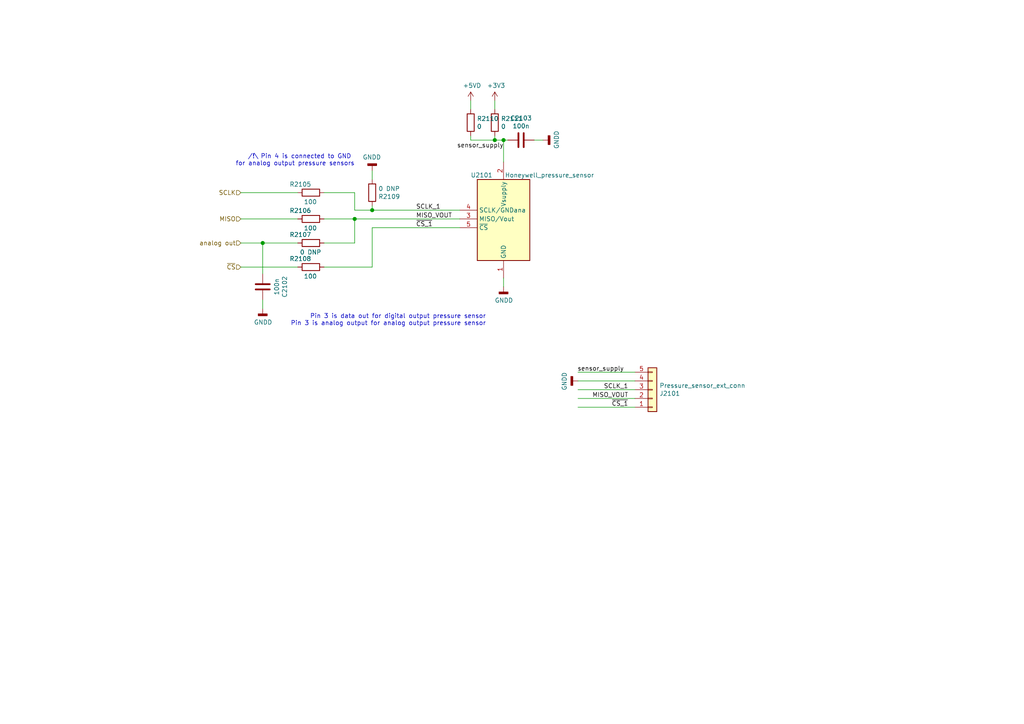
<source format=kicad_sch>
(kicad_sch (version 20211123) (generator eeschema)

  (uuid 34beeb2e-ea31-4cb5-87bc-bddf91ddaae8)

  (paper "A4")

  (lib_symbols
    (symbol "CTA_symbols:Honeywell_pressure_sensor" (in_bom yes) (on_board yes)
      (property "Reference" "U" (id 0) (at -6.35 12.7 0)
        (effects (font (size 1.27 1.27)))
      )
      (property "Value" "Honeywell_pressure_sensor" (id 1) (at 13.335 12.7 0)
        (effects (font (size 1.27 1.27)))
      )
      (property "Footprint" "Package_DIP:DIP-8_W10.16mm_LongPads" (id 2) (at 25.4 -11.43 0)
        (effects (font (size 1.27 1.27)) hide)
      )
      (property "Datasheet" "https://sensing.honeywell.com/honeywell-sensing-trustability-ssc-series-standard-accuracy-board-mount-pressure-sensors-50099533-a-en.pdf" (id 3) (at 0 0 0)
        (effects (font (size 1.27 1.27)) hide)
      )
      (property "ki_keywords" "spi analog pressure honeywell" (id 4) (at 0 0 0)
        (effects (font (size 1.27 1.27)) hide)
      )
      (property "ki_description" "Honeywell SPI pressure sensor" (id 5) (at 0 0 0)
        (effects (font (size 1.27 1.27)) hide)
      )
      (property "ki_fp_filters" "NXP*LGA*3x5mm*P1.25mm*H1.2mm*" (id 6) (at 0 0 0)
        (effects (font (size 1.27 1.27)) hide)
      )
      (symbol "Honeywell_pressure_sensor_0_1"
        (rectangle (start -7.62 11.43) (end 7.62 -12.065)
          (stroke (width 0.254) (type default) (color 0 0 0 0))
          (fill (type background))
        )
      )
      (symbol "Honeywell_pressure_sensor_1_1"
        (pin power_in line (at 0 -17.145 90) (length 5.08)
          (name "GND" (effects (font (size 1.27 1.27))))
          (number "1" (effects (font (size 1.27 1.27))))
        )
        (pin power_in line (at 0 16.51 270) (length 5.08)
          (name "Vsupply" (effects (font (size 1.27 1.27))))
          (number "2" (effects (font (size 1.27 1.27))))
        )
        (pin output line (at -12.7 0 0) (length 5.08)
          (name "MISO/Vout" (effects (font (size 1.27 1.27))))
          (number "3" (effects (font (size 1.27 1.27))))
        )
        (pin input line (at -12.7 2.54 0) (length 5.08)
          (name "SCLK/GNDana" (effects (font (size 1.27 1.27))))
          (number "4" (effects (font (size 1.27 1.27))))
        )
        (pin input line (at -12.7 -2.54 0) (length 5.08)
          (name "~{CS}" (effects (font (size 1.27 1.27))))
          (number "5" (effects (font (size 1.27 1.27))))
        )
        (pin no_connect line (at 12.7 -5.08 180) (length 5.08) hide
          (name "NC" (effects (font (size 1.27 1.27))))
          (number "6" (effects (font (size 1.27 1.27))))
        )
        (pin no_connect line (at 12.7 -2.54 180) (length 5.08) hide
          (name "NC" (effects (font (size 1.27 1.27))))
          (number "7" (effects (font (size 1.27 1.27))))
        )
        (pin no_connect line (at 12.7 0 180) (length 5.08) hide
          (name "NC" (effects (font (size 1.27 1.27))))
          (number "8" (effects (font (size 1.27 1.27))))
        )
      )
    )
    (symbol "Connector_Generic:Conn_01x05" (pin_names (offset 1.016) hide) (in_bom yes) (on_board yes)
      (property "Reference" "J" (id 0) (at 0 7.62 0)
        (effects (font (size 1.27 1.27)))
      )
      (property "Value" "Conn_01x05" (id 1) (at 0 -7.62 0)
        (effects (font (size 1.27 1.27)))
      )
      (property "Footprint" "" (id 2) (at 0 0 0)
        (effects (font (size 1.27 1.27)) hide)
      )
      (property "Datasheet" "~" (id 3) (at 0 0 0)
        (effects (font (size 1.27 1.27)) hide)
      )
      (property "ki_keywords" "connector" (id 4) (at 0 0 0)
        (effects (font (size 1.27 1.27)) hide)
      )
      (property "ki_description" "Generic connector, single row, 01x05, script generated (kicad-library-utils/schlib/autogen/connector/)" (id 5) (at 0 0 0)
        (effects (font (size 1.27 1.27)) hide)
      )
      (property "ki_fp_filters" "Connector*:*_1x??_*" (id 6) (at 0 0 0)
        (effects (font (size 1.27 1.27)) hide)
      )
      (symbol "Conn_01x05_1_1"
        (rectangle (start -1.27 -4.953) (end 0 -5.207)
          (stroke (width 0.1524) (type default) (color 0 0 0 0))
          (fill (type none))
        )
        (rectangle (start -1.27 -2.413) (end 0 -2.667)
          (stroke (width 0.1524) (type default) (color 0 0 0 0))
          (fill (type none))
        )
        (rectangle (start -1.27 0.127) (end 0 -0.127)
          (stroke (width 0.1524) (type default) (color 0 0 0 0))
          (fill (type none))
        )
        (rectangle (start -1.27 2.667) (end 0 2.413)
          (stroke (width 0.1524) (type default) (color 0 0 0 0))
          (fill (type none))
        )
        (rectangle (start -1.27 5.207) (end 0 4.953)
          (stroke (width 0.1524) (type default) (color 0 0 0 0))
          (fill (type none))
        )
        (rectangle (start -1.27 6.35) (end 1.27 -6.35)
          (stroke (width 0.254) (type default) (color 0 0 0 0))
          (fill (type background))
        )
        (pin passive line (at -5.08 5.08 0) (length 3.81)
          (name "Pin_1" (effects (font (size 1.27 1.27))))
          (number "1" (effects (font (size 1.27 1.27))))
        )
        (pin passive line (at -5.08 2.54 0) (length 3.81)
          (name "Pin_2" (effects (font (size 1.27 1.27))))
          (number "2" (effects (font (size 1.27 1.27))))
        )
        (pin passive line (at -5.08 0 0) (length 3.81)
          (name "Pin_3" (effects (font (size 1.27 1.27))))
          (number "3" (effects (font (size 1.27 1.27))))
        )
        (pin passive line (at -5.08 -2.54 0) (length 3.81)
          (name "Pin_4" (effects (font (size 1.27 1.27))))
          (number "4" (effects (font (size 1.27 1.27))))
        )
        (pin passive line (at -5.08 -5.08 0) (length 3.81)
          (name "Pin_5" (effects (font (size 1.27 1.27))))
          (number "5" (effects (font (size 1.27 1.27))))
        )
      )
    )
    (symbol "Device:C" (pin_numbers hide) (pin_names (offset 0.254)) (in_bom yes) (on_board yes)
      (property "Reference" "C" (id 0) (at 0.635 2.54 0)
        (effects (font (size 1.27 1.27)) (justify left))
      )
      (property "Value" "C" (id 1) (at 0.635 -2.54 0)
        (effects (font (size 1.27 1.27)) (justify left))
      )
      (property "Footprint" "" (id 2) (at 0.9652 -3.81 0)
        (effects (font (size 1.27 1.27)) hide)
      )
      (property "Datasheet" "~" (id 3) (at 0 0 0)
        (effects (font (size 1.27 1.27)) hide)
      )
      (property "ki_keywords" "cap capacitor" (id 4) (at 0 0 0)
        (effects (font (size 1.27 1.27)) hide)
      )
      (property "ki_description" "Unpolarized capacitor" (id 5) (at 0 0 0)
        (effects (font (size 1.27 1.27)) hide)
      )
      (property "ki_fp_filters" "C_*" (id 6) (at 0 0 0)
        (effects (font (size 1.27 1.27)) hide)
      )
      (symbol "C_0_1"
        (polyline
          (pts
            (xy -2.032 -0.762)
            (xy 2.032 -0.762)
          )
          (stroke (width 0.508) (type default) (color 0 0 0 0))
          (fill (type none))
        )
        (polyline
          (pts
            (xy -2.032 0.762)
            (xy 2.032 0.762)
          )
          (stroke (width 0.508) (type default) (color 0 0 0 0))
          (fill (type none))
        )
      )
      (symbol "C_1_1"
        (pin passive line (at 0 3.81 270) (length 2.794)
          (name "~" (effects (font (size 1.27 1.27))))
          (number "1" (effects (font (size 1.27 1.27))))
        )
        (pin passive line (at 0 -3.81 90) (length 2.794)
          (name "~" (effects (font (size 1.27 1.27))))
          (number "2" (effects (font (size 1.27 1.27))))
        )
      )
    )
    (symbol "Device:R" (pin_numbers hide) (pin_names (offset 0)) (in_bom yes) (on_board yes)
      (property "Reference" "R" (id 0) (at 2.032 0 90)
        (effects (font (size 1.27 1.27)))
      )
      (property "Value" "R" (id 1) (at 0 0 90)
        (effects (font (size 1.27 1.27)))
      )
      (property "Footprint" "" (id 2) (at -1.778 0 90)
        (effects (font (size 1.27 1.27)) hide)
      )
      (property "Datasheet" "~" (id 3) (at 0 0 0)
        (effects (font (size 1.27 1.27)) hide)
      )
      (property "ki_keywords" "R res resistor" (id 4) (at 0 0 0)
        (effects (font (size 1.27 1.27)) hide)
      )
      (property "ki_description" "Resistor" (id 5) (at 0 0 0)
        (effects (font (size 1.27 1.27)) hide)
      )
      (property "ki_fp_filters" "R_*" (id 6) (at 0 0 0)
        (effects (font (size 1.27 1.27)) hide)
      )
      (symbol "R_0_1"
        (rectangle (start -1.016 -2.54) (end 1.016 2.54)
          (stroke (width 0.254) (type default) (color 0 0 0 0))
          (fill (type none))
        )
      )
      (symbol "R_1_1"
        (pin passive line (at 0 3.81 270) (length 1.27)
          (name "~" (effects (font (size 1.27 1.27))))
          (number "1" (effects (font (size 1.27 1.27))))
        )
        (pin passive line (at 0 -3.81 90) (length 1.27)
          (name "~" (effects (font (size 1.27 1.27))))
          (number "2" (effects (font (size 1.27 1.27))))
        )
      )
    )
    (symbol "power:+3V3" (power) (pin_names (offset 0)) (in_bom yes) (on_board yes)
      (property "Reference" "#PWR" (id 0) (at 0 -3.81 0)
        (effects (font (size 1.27 1.27)) hide)
      )
      (property "Value" "+3V3" (id 1) (at 0 3.556 0)
        (effects (font (size 1.27 1.27)))
      )
      (property "Footprint" "" (id 2) (at 0 0 0)
        (effects (font (size 1.27 1.27)) hide)
      )
      (property "Datasheet" "" (id 3) (at 0 0 0)
        (effects (font (size 1.27 1.27)) hide)
      )
      (property "ki_keywords" "power-flag" (id 4) (at 0 0 0)
        (effects (font (size 1.27 1.27)) hide)
      )
      (property "ki_description" "Power symbol creates a global label with name \"+3V3\"" (id 5) (at 0 0 0)
        (effects (font (size 1.27 1.27)) hide)
      )
      (symbol "+3V3_0_1"
        (polyline
          (pts
            (xy -0.762 1.27)
            (xy 0 2.54)
          )
          (stroke (width 0) (type default) (color 0 0 0 0))
          (fill (type none))
        )
        (polyline
          (pts
            (xy 0 0)
            (xy 0 2.54)
          )
          (stroke (width 0) (type default) (color 0 0 0 0))
          (fill (type none))
        )
        (polyline
          (pts
            (xy 0 2.54)
            (xy 0.762 1.27)
          )
          (stroke (width 0) (type default) (color 0 0 0 0))
          (fill (type none))
        )
      )
      (symbol "+3V3_1_1"
        (pin power_in line (at 0 0 90) (length 0) hide
          (name "+3V3" (effects (font (size 1.27 1.27))))
          (number "1" (effects (font (size 1.27 1.27))))
        )
      )
    )
    (symbol "power:+5VD" (power) (pin_names (offset 0)) (in_bom yes) (on_board yes)
      (property "Reference" "#PWR" (id 0) (at 0 -3.81 0)
        (effects (font (size 1.27 1.27)) hide)
      )
      (property "Value" "+5VD" (id 1) (at 0 3.556 0)
        (effects (font (size 1.27 1.27)))
      )
      (property "Footprint" "" (id 2) (at 0 0 0)
        (effects (font (size 1.27 1.27)) hide)
      )
      (property "Datasheet" "" (id 3) (at 0 0 0)
        (effects (font (size 1.27 1.27)) hide)
      )
      (property "ki_keywords" "power-flag" (id 4) (at 0 0 0)
        (effects (font (size 1.27 1.27)) hide)
      )
      (property "ki_description" "Power symbol creates a global label with name \"+5VD\"" (id 5) (at 0 0 0)
        (effects (font (size 1.27 1.27)) hide)
      )
      (symbol "+5VD_0_1"
        (polyline
          (pts
            (xy -0.762 1.27)
            (xy 0 2.54)
          )
          (stroke (width 0) (type default) (color 0 0 0 0))
          (fill (type none))
        )
        (polyline
          (pts
            (xy 0 0)
            (xy 0 2.54)
          )
          (stroke (width 0) (type default) (color 0 0 0 0))
          (fill (type none))
        )
        (polyline
          (pts
            (xy 0 2.54)
            (xy 0.762 1.27)
          )
          (stroke (width 0) (type default) (color 0 0 0 0))
          (fill (type none))
        )
      )
      (symbol "+5VD_1_1"
        (pin power_in line (at 0 0 90) (length 0) hide
          (name "+5VD" (effects (font (size 1.27 1.27))))
          (number "1" (effects (font (size 1.27 1.27))))
        )
      )
    )
    (symbol "power:GNDD" (power) (pin_names (offset 0)) (in_bom yes) (on_board yes)
      (property "Reference" "#PWR" (id 0) (at 0 -6.35 0)
        (effects (font (size 1.27 1.27)) hide)
      )
      (property "Value" "GNDD" (id 1) (at 0 -3.175 0)
        (effects (font (size 1.27 1.27)))
      )
      (property "Footprint" "" (id 2) (at 0 0 0)
        (effects (font (size 1.27 1.27)) hide)
      )
      (property "Datasheet" "" (id 3) (at 0 0 0)
        (effects (font (size 1.27 1.27)) hide)
      )
      (property "ki_keywords" "power-flag" (id 4) (at 0 0 0)
        (effects (font (size 1.27 1.27)) hide)
      )
      (property "ki_description" "Power symbol creates a global label with name \"GNDD\" , digital ground" (id 5) (at 0 0 0)
        (effects (font (size 1.27 1.27)) hide)
      )
      (symbol "GNDD_0_1"
        (rectangle (start -1.27 -1.524) (end 1.27 -2.032)
          (stroke (width 0.254) (type default) (color 0 0 0 0))
          (fill (type outline))
        )
        (polyline
          (pts
            (xy 0 0)
            (xy 0 -1.524)
          )
          (stroke (width 0) (type default) (color 0 0 0 0))
          (fill (type none))
        )
      )
      (symbol "GNDD_1_1"
        (pin power_in line (at 0 0 270) (length 0) hide
          (name "GNDD" (effects (font (size 1.27 1.27))))
          (number "1" (effects (font (size 1.27 1.27))))
        )
      )
    )
  )

  (junction (at 143.51 40.64) (diameter 1.016) (color 0 0 0 0)
    (uuid 90d228ac-5ec9-4302-b393-9e4058ef8745)
  )
  (junction (at 102.87 63.5) (diameter 1.016) (color 0 0 0 0)
    (uuid affc5cb4-e803-4042-bd42-b811a85bb331)
  )
  (junction (at 76.2 70.485) (diameter 1.016) (color 0 0 0 0)
    (uuid d64a19a6-886c-4e58-9ed2-ff6211fd90b4)
  )
  (junction (at 107.95 60.96) (diameter 1.016) (color 0 0 0 0)
    (uuid ee3458ee-2979-445b-906e-4341985ec192)
  )
  (junction (at 146.05 40.64) (diameter 1.016) (color 0 0 0 0)
    (uuid f17ac7f1-ed89-442c-9bef-8a53af152a56)
  )

  (wire (pts (xy 107.95 66.04) (xy 133.35 66.04))
    (stroke (width 0) (type solid) (color 0 0 0 0))
    (uuid 0afb4764-eec9-47c6-b3f2-1f61176908e3)
  )
  (wire (pts (xy 69.85 55.88) (xy 86.36 55.88))
    (stroke (width 0) (type solid) (color 0 0 0 0))
    (uuid 0ce4f4d2-ca9f-415a-ae1e-8f868245f647)
  )
  (wire (pts (xy 93.98 77.47) (xy 107.95 77.47))
    (stroke (width 0) (type solid) (color 0 0 0 0))
    (uuid 17227e37-8073-4c40-9b81-3f6873a4b19c)
  )
  (wire (pts (xy 167.64 115.57) (xy 184.15 115.57))
    (stroke (width 0) (type solid) (color 0 0 0 0))
    (uuid 1c08bfc2-6adc-47af-a460-8675f4808b6b)
  )
  (wire (pts (xy 167.64 113.03) (xy 184.15 113.03))
    (stroke (width 0) (type solid) (color 0 0 0 0))
    (uuid 242ada8f-e044-41b9-bc7a-7f71ecc0a795)
  )
  (wire (pts (xy 143.51 39.37) (xy 143.51 40.64))
    (stroke (width 0) (type solid) (color 0 0 0 0))
    (uuid 3410be7e-4f26-4c60-a73d-aa3df8d9d577)
  )
  (wire (pts (xy 167.64 110.49) (xy 184.15 110.49))
    (stroke (width 0) (type solid) (color 0 0 0 0))
    (uuid 39a9374f-3aca-4d56-a31b-68058447a8e3)
  )
  (wire (pts (xy 102.87 63.5) (xy 102.87 70.485))
    (stroke (width 0) (type solid) (color 0 0 0 0))
    (uuid 4507bf96-4729-4e44-928a-2701f64b8196)
  )
  (wire (pts (xy 167.64 118.11) (xy 184.15 118.11))
    (stroke (width 0) (type solid) (color 0 0 0 0))
    (uuid 479d8485-1a6f-4aef-a1fe-5d1d1c7194fe)
  )
  (wire (pts (xy 69.85 63.5) (xy 86.36 63.5))
    (stroke (width 0) (type solid) (color 0 0 0 0))
    (uuid 4cbb5ff6-d45f-4bf0-a1ea-b1fdce5b18f9)
  )
  (wire (pts (xy 102.87 55.88) (xy 102.87 60.96))
    (stroke (width 0) (type solid) (color 0 0 0 0))
    (uuid 5363432c-6f4c-4060-9fc1-f574641528ff)
  )
  (wire (pts (xy 76.2 70.485) (xy 76.2 79.375))
    (stroke (width 0) (type solid) (color 0 0 0 0))
    (uuid 53e199fd-527b-4efe-906a-e4114e4c604c)
  )
  (wire (pts (xy 76.2 86.995) (xy 76.2 89.535))
    (stroke (width 0) (type solid) (color 0 0 0 0))
    (uuid 5e642724-9fe2-44ae-b9a4-851d1a3dbd84)
  )
  (wire (pts (xy 107.95 77.47) (xy 107.95 66.04))
    (stroke (width 0) (type solid) (color 0 0 0 0))
    (uuid 64e8f266-4507-46bd-b692-ef83234164d7)
  )
  (wire (pts (xy 93.98 70.485) (xy 102.87 70.485))
    (stroke (width 0) (type solid) (color 0 0 0 0))
    (uuid 6926e021-e68a-489e-9826-cf5fda35d669)
  )
  (wire (pts (xy 107.95 59.69) (xy 107.95 60.96))
    (stroke (width 0) (type solid) (color 0 0 0 0))
    (uuid 69722195-6cf2-4321-9a09-954859139d35)
  )
  (wire (pts (xy 146.05 40.64) (xy 147.32 40.64))
    (stroke (width 0) (type solid) (color 0 0 0 0))
    (uuid 83356e8e-8777-42c4-8dbc-fae8c09307b1)
  )
  (wire (pts (xy 69.85 77.47) (xy 86.36 77.47))
    (stroke (width 0) (type solid) (color 0 0 0 0))
    (uuid 8b4eea3d-4761-47eb-818a-29f5c22bf8e2)
  )
  (wire (pts (xy 93.98 55.88) (xy 102.87 55.88))
    (stroke (width 0) (type solid) (color 0 0 0 0))
    (uuid 8df7c480-291b-485b-a0de-9a7bd51c5d19)
  )
  (wire (pts (xy 136.525 40.64) (xy 143.51 40.64))
    (stroke (width 0) (type solid) (color 0 0 0 0))
    (uuid 9a5db21a-9981-45fe-bc54-958250052a6e)
  )
  (wire (pts (xy 107.95 49.53) (xy 107.95 52.07))
    (stroke (width 0) (type solid) (color 0 0 0 0))
    (uuid a650475c-8e1b-4377-8946-a13bfba68b60)
  )
  (wire (pts (xy 167.64 107.95) (xy 184.15 107.95))
    (stroke (width 0) (type solid) (color 0 0 0 0))
    (uuid bd2cb695-b6a2-4896-84e1-925b0deaecb4)
  )
  (wire (pts (xy 93.98 63.5) (xy 102.87 63.5))
    (stroke (width 0) (type solid) (color 0 0 0 0))
    (uuid c1969ca1-3885-4aad-b7b1-04a3235ea557)
  )
  (wire (pts (xy 143.51 29.21) (xy 143.51 31.75))
    (stroke (width 0) (type solid) (color 0 0 0 0))
    (uuid c3cfdfb0-53a7-4511-b76f-cde08e51fa86)
  )
  (wire (pts (xy 102.87 63.5) (xy 133.35 63.5))
    (stroke (width 0) (type solid) (color 0 0 0 0))
    (uuid cbe14047-ab13-4b09-a2fe-8f6a00fd6ed1)
  )
  (wire (pts (xy 143.51 40.64) (xy 146.05 40.64))
    (stroke (width 0) (type solid) (color 0 0 0 0))
    (uuid ccef7cc2-63cc-4592-be92-aec5c80d95fa)
  )
  (wire (pts (xy 76.2 70.485) (xy 86.36 70.485))
    (stroke (width 0) (type solid) (color 0 0 0 0))
    (uuid d1f60f97-7414-45fc-ac19-d3dba07c5fd6)
  )
  (wire (pts (xy 146.05 40.64) (xy 146.05 46.99))
    (stroke (width 0) (type solid) (color 0 0 0 0))
    (uuid d2b4a3bb-5440-4307-a7e2-45f8b1168c93)
  )
  (wire (pts (xy 136.525 39.37) (xy 136.525 40.64))
    (stroke (width 0) (type solid) (color 0 0 0 0))
    (uuid d84bbc0a-55f9-404e-b799-74acd8321de4)
  )
  (wire (pts (xy 154.94 40.64) (xy 157.48 40.64))
    (stroke (width 0) (type solid) (color 0 0 0 0))
    (uuid e2505a04-b829-4d27-9a7d-ed0555088eb1)
  )
  (wire (pts (xy 107.95 60.96) (xy 133.35 60.96))
    (stroke (width 0) (type solid) (color 0 0 0 0))
    (uuid e372ba49-5ad6-4f37-be96-68c8c0bb0a6f)
  )
  (wire (pts (xy 69.85 70.485) (xy 76.2 70.485))
    (stroke (width 0) (type solid) (color 0 0 0 0))
    (uuid e388e51d-295c-4ce3-a261-790df3cae567)
  )
  (wire (pts (xy 102.87 60.96) (xy 107.95 60.96))
    (stroke (width 0) (type solid) (color 0 0 0 0))
    (uuid e3e12e06-816a-4f04-b330-406874c67f9d)
  )
  (wire (pts (xy 146.05 80.645) (xy 146.05 83.185))
    (stroke (width 0) (type solid) (color 0 0 0 0))
    (uuid eb6dfb6d-255f-49f5-8c55-5091da444644)
  )
  (wire (pts (xy 136.525 29.21) (xy 136.525 31.75))
    (stroke (width 0) (type solid) (color 0 0 0 0))
    (uuid f3c33b00-e227-470d-a134-3c45a4f76dae)
  )

  (text "/!\\ Pin 4 is connected to GND \nfor analog output pressure sensors"
    (at 102.87 48.26 0)
    (effects (font (size 1.27 1.27)) (justify right bottom))
    (uuid 677d1659-e653-49dc-b462-6c51d5e1d619)
  )
  (text "Pin 3 is data out for digital output pressure sensor\nPin 3 is analog output for analog output pressure sensor"
    (at 140.97 94.615 0)
    (effects (font (size 1.27 1.27)) (justify right bottom))
    (uuid ade8bad5-a401-445b-a49a-80268bbe57a9)
  )

  (label "SCLK_1" (at 120.65 60.96 0)
    (effects (font (size 1.27 1.27)) (justify left bottom))
    (uuid 2ab13c8b-4481-4ae5-bd0c-161499144c39)
  )
  (label "SCLK_1" (at 182.245 113.03 180)
    (effects (font (size 1.27 1.27)) (justify right bottom))
    (uuid 3cef219a-141c-4ea1-87ac-3ead35ebeda1)
  )
  (label "~{CS_1}" (at 120.65 66.04 0)
    (effects (font (size 1.27 1.27)) (justify left bottom))
    (uuid 4ece48b5-53cd-4477-94b4-aa6fea913cda)
  )
  (label "sensor_supply" (at 146.05 43.18 180)
    (effects (font (size 1.27 1.27)) (justify right bottom))
    (uuid 7fd958c8-085b-454a-ba23-758da52e1fa9)
  )
  (label "sensor_supply" (at 180.975 107.95 180)
    (effects (font (size 1.27 1.27)) (justify right bottom))
    (uuid 8d7049f7-4c21-4664-82a5-1b58cfb50a96)
  )
  (label "MISO_VOUT" (at 120.65 63.5 0)
    (effects (font (size 1.27 1.27)) (justify left bottom))
    (uuid bdc971c0-5770-4017-a528-449f4c359a35)
  )
  (label "~{CS_1}" (at 182.245 118.11 180)
    (effects (font (size 1.27 1.27)) (justify right bottom))
    (uuid c91982dc-eedc-43e8-a286-00a66bbde1ac)
  )
  (label "MISO_VOUT" (at 182.245 115.57 180)
    (effects (font (size 1.27 1.27)) (justify right bottom))
    (uuid cd3544aa-404b-4d1c-9721-57c159c9758e)
  )

  (hierarchical_label "MISO" (shape input) (at 69.85 63.5 180)
    (effects (font (size 1.27 1.27)) (justify right))
    (uuid a1b3f413-03d7-4da3-b3ef-a7acc74636c6)
  )
  (hierarchical_label "analog out" (shape input) (at 69.85 70.485 180)
    (effects (font (size 1.27 1.27)) (justify right))
    (uuid c231e692-ccaf-401b-b42c-7d4f75552b3c)
  )
  (hierarchical_label "SCLK" (shape input) (at 69.85 55.88 180)
    (effects (font (size 1.27 1.27)) (justify right))
    (uuid d3a29892-ea43-4663-b43f-6b32034d060d)
  )
  (hierarchical_label "~{CS}" (shape input) (at 69.85 77.47 180)
    (effects (font (size 1.27 1.27)) (justify right))
    (uuid f35a47e6-cb92-4b21-8a2b-4c3fa311a1ff)
  )

  (symbol (lib_id "power:+3V3") (at 143.51 29.21 0)
    (in_bom yes) (on_board yes)
    (uuid 35daf125-3ceb-4a9c-8fe9-e06348cf0d05)
    (property "Reference" "#PWR02109" (id 0) (at 143.51 33.02 0)
      (effects (font (size 1.27 1.27)) hide)
    )
    (property "Value" "+3V3" (id 1) (at 143.891 24.8158 0))
    (property "Footprint" "" (id 2) (at 143.51 29.21 0)
      (effects (font (size 1.27 1.27)) hide)
    )
    (property "Datasheet" "" (id 3) (at 143.51 29.21 0)
      (effects (font (size 1.27 1.27)) hide)
    )
    (pin "1" (uuid a94576c7-826a-4aaf-aa9b-b764f4757b2f))
  )

  (symbol (lib_id "Device:R") (at 107.95 55.88 0) (mirror x)
    (in_bom yes) (on_board yes)
    (uuid 3bc73c2d-8a2f-4016-af26-a55025df45c2)
    (property "Reference" "R2109" (id 0) (at 109.7281 57.0294 0)
      (effects (font (size 1.27 1.27)) (justify left))
    )
    (property "Value" "0 DNP" (id 1) (at 109.728 54.731 0)
      (effects (font (size 1.27 1.27)) (justify left))
    )
    (property "Footprint" "Resistor_SMD:R_0603_1608Metric" (id 2) (at 106.172 55.88 90)
      (effects (font (size 1.27 1.27)) hide)
    )
    (property "Datasheet" "~" (id 3) (at 107.95 55.88 0)
      (effects (font (size 1.27 1.27)) hide)
    )
    (pin "1" (uuid 298d9976-e47a-4eb4-9be4-937bebac10be))
    (pin "2" (uuid 04dccbaf-4faa-4697-9f8b-b6fa1140000f))
  )

  (symbol (lib_id "Device:R") (at 90.17 63.5 90)
    (in_bom yes) (on_board yes)
    (uuid 4756fae5-3874-46a5-b73e-bd31d34ade12)
    (property "Reference" "R2106" (id 0) (at 90.2906 61.0869 90)
      (effects (font (size 1.27 1.27)) (justify left))
    )
    (property "Value" "100" (id 1) (at 91.954 66.167 90)
      (effects (font (size 1.27 1.27)) (justify left))
    )
    (property "Footprint" "Resistor_SMD:R_0603_1608Metric" (id 2) (at 90.17 65.278 90)
      (effects (font (size 1.27 1.27)) hide)
    )
    (property "Datasheet" "~" (id 3) (at 90.17 63.5 0)
      (effects (font (size 1.27 1.27)) hide)
    )
    (pin "1" (uuid 801c71ff-0573-4162-bfaf-646e3095067a))
    (pin "2" (uuid 861b7091-ff55-4d48-98b4-6d7e643cb37d))
  )

  (symbol (lib_id "power:GNDD") (at 157.48 40.64 90)
    (in_bom yes) (on_board yes)
    (uuid 52da7f5c-e1a6-49de-ae03-88760c9c4314)
    (property "Reference" "#PWR02111" (id 0) (at 163.83 40.64 0)
      (effects (font (size 1.27 1.27)) hide)
    )
    (property "Value" "GNDD" (id 1) (at 161.417 40.5384 0))
    (property "Footprint" "" (id 2) (at 157.48 40.64 0)
      (effects (font (size 1.27 1.27)) hide)
    )
    (property "Datasheet" "" (id 3) (at 157.48 40.64 0)
      (effects (font (size 1.27 1.27)) hide)
    )
    (pin "1" (uuid b9f75866-0347-4500-9a32-bf5c67f71383))
  )

  (symbol (lib_id "Device:C") (at 76.2 83.185 0)
    (in_bom yes) (on_board yes)
    (uuid 5c0ffb99-5d5e-4efb-9b75-1e385e61a52d)
    (property "Reference" "C2102" (id 0) (at 82.5692 83.185 90))
    (property "Value" "100n" (id 1) (at 80.27 83.185 90))
    (property "Footprint" "Capacitor_SMD:C_0603_1608Metric" (id 2) (at 77.1652 86.995 0)
      (effects (font (size 1.27 1.27)) hide)
    )
    (property "Datasheet" "~" (id 3) (at 76.2 83.185 0)
      (effects (font (size 1.27 1.27)) hide)
    )
    (pin "1" (uuid a2ff9320-de54-487a-abe4-99209cb32c40))
    (pin "2" (uuid 85eb418d-2fe8-4c8a-a288-de593084abb0))
  )

  (symbol (lib_id "power:GNDD") (at 107.95 49.53 180)
    (in_bom yes) (on_board yes)
    (uuid 86d23402-0398-4799-ad7b-e944570fa2b2)
    (property "Reference" "#PWR02107" (id 0) (at 107.95 43.18 0)
      (effects (font (size 1.27 1.27)) hide)
    )
    (property "Value" "GNDD" (id 1) (at 107.8484 45.593 0))
    (property "Footprint" "" (id 2) (at 107.95 49.53 0)
      (effects (font (size 1.27 1.27)) hide)
    )
    (property "Datasheet" "" (id 3) (at 107.95 49.53 0)
      (effects (font (size 1.27 1.27)) hide)
    )
    (pin "1" (uuid f0f52b6a-383a-4297-93f8-3869fa9067b0))
  )

  (symbol (lib_id "CTA_symbols:Honeywell_pressure_sensor") (at 146.05 63.5 0)
    (in_bom yes) (on_board yes)
    (uuid 8acade7b-f5e0-4992-b37f-13a03694f057)
    (property "Reference" "U2101" (id 0) (at 139.7 50.8 0))
    (property "Value" "Honeywell_pressure_sensor" (id 1) (at 159.385 50.8 0))
    (property "Footprint" "Package_DIP:DIP-8_W10.16mm_LongPads" (id 2) (at 171.45 74.93 0)
      (effects (font (size 1.27 1.27)) hide)
    )
    (property "Datasheet" "https://sensing.honeywell.com/honeywell-sensing-trustability-ssc-series-standard-accuracy-board-mount-pressure-sensors-50099533-a-en.pdf" (id 3) (at 146.05 63.5 0)
      (effects (font (size 1.27 1.27)) hide)
    )
    (pin "1" (uuid 583bb817-557c-4182-ae5b-6aa0ce92051b))
    (pin "2" (uuid af45b4e2-39be-474b-a6f3-560d6f286117))
    (pin "3" (uuid a7f482ed-2e98-48f2-83a9-f086bbc92713))
    (pin "4" (uuid 0e497bd9-855c-49f7-8855-e1be356bd6af))
    (pin "5" (uuid 266060ca-7bd8-445d-971b-45341668dc3c))
    (pin "6" (uuid 01773881-7d66-4008-a265-9ec98fc603e9))
    (pin "7" (uuid 2c826ee3-1189-4bb6-b657-7901b0f9a031))
    (pin "8" (uuid d6221282-c272-41e4-86df-01030225f3eb))
  )

  (symbol (lib_id "Device:R") (at 90.17 77.47 90)
    (in_bom yes) (on_board yes)
    (uuid 8bad6a3f-acaa-4a00-b40b-81a45ee390bd)
    (property "Reference" "R2108" (id 0) (at 90.2906 75.0569 90)
      (effects (font (size 1.27 1.27)) (justify left))
    )
    (property "Value" "100" (id 1) (at 91.954 80.137 90)
      (effects (font (size 1.27 1.27)) (justify left))
    )
    (property "Footprint" "Resistor_SMD:R_0603_1608Metric" (id 2) (at 90.17 79.248 90)
      (effects (font (size 1.27 1.27)) hide)
    )
    (property "Datasheet" "~" (id 3) (at 90.17 77.47 0)
      (effects (font (size 1.27 1.27)) hide)
    )
    (pin "1" (uuid f1a58d7e-547d-4fe6-b5d9-d8599db03b50))
    (pin "2" (uuid 37446b7d-b5ec-440a-9223-559eb9fa9cdd))
  )

  (symbol (lib_id "power:GNDD") (at 167.64 110.49 270)
    (in_bom yes) (on_board yes)
    (uuid 96536072-f59b-4e33-be6c-48f987a9ffee)
    (property "Reference" "#PWR02112" (id 0) (at 161.29 110.49 0)
      (effects (font (size 1.27 1.27)) hide)
    )
    (property "Value" "GNDD" (id 1) (at 163.703 110.5916 0))
    (property "Footprint" "" (id 2) (at 167.64 110.49 0)
      (effects (font (size 1.27 1.27)) hide)
    )
    (property "Datasheet" "" (id 3) (at 167.64 110.49 0)
      (effects (font (size 1.27 1.27)) hide)
    )
    (pin "1" (uuid 87f5be45-68e6-4b61-94f0-85fd587ea0b1))
  )

  (symbol (lib_id "Connector_Generic:Conn_01x05") (at 189.23 113.03 0) (mirror x)
    (in_bom yes) (on_board yes)
    (uuid ac2f35e6-b1cb-49c5-abb4-2dd09634d422)
    (property "Reference" "J2101" (id 0) (at 191.2621 114.1286 0)
      (effects (font (size 1.27 1.27)) (justify left))
    )
    (property "Value" "Pressure_sensor_ext_conn" (id 1) (at 191.262 111.83 0)
      (effects (font (size 1.27 1.27)) (justify left))
    )
    (property "Footprint" "TerminalBlock_Phoenix:TerminalBlock_Phoenix_MPT-0,5-5-2.54_1x05_P2.54mm_Horizontal" (id 2) (at 189.23 113.03 0)
      (effects (font (size 1.27 1.27)) hide)
    )
    (property "Datasheet" "~" (id 3) (at 189.23 113.03 0)
      (effects (font (size 1.27 1.27)) hide)
    )
    (pin "1" (uuid 059d138b-4b6d-47d3-8af7-4228ebf761ab))
    (pin "2" (uuid 6eadf565-5134-4a9d-9a4d-e6b36b056ad7))
    (pin "3" (uuid ad4524cc-bcd9-4651-9ddb-d4bb328f3d74))
    (pin "4" (uuid 667634da-f2b6-4b27-a0bf-dce4e1a18ecb))
    (pin "5" (uuid 8f2ef723-2389-49f6-a0aa-fc871874502f))
  )

  (symbol (lib_id "Device:R") (at 90.17 70.485 90)
    (in_bom yes) (on_board yes)
    (uuid ae2ea691-a0b6-4073-b0bf-1166101b476f)
    (property "Reference" "R2107" (id 0) (at 90.2906 68.0719 90)
      (effects (font (size 1.27 1.27)) (justify left))
    )
    (property "Value" "0 DNP" (id 1) (at 93.224 73.152 90)
      (effects (font (size 1.27 1.27)) (justify left))
    )
    (property "Footprint" "Resistor_SMD:R_0603_1608Metric" (id 2) (at 90.17 72.263 90)
      (effects (font (size 1.27 1.27)) hide)
    )
    (property "Datasheet" "~" (id 3) (at 90.17 70.485 0)
      (effects (font (size 1.27 1.27)) hide)
    )
    (pin "1" (uuid a10e739a-542d-4450-9d3c-caf3136f787b))
    (pin "2" (uuid 63f51f12-40ae-4574-b2f1-03c68d69c696))
  )

  (symbol (lib_id "power:GNDD") (at 146.05 83.185 0)
    (in_bom yes) (on_board yes)
    (uuid b21069fa-a8fa-4e2b-8f79-53b22a69a3f6)
    (property "Reference" "#PWR02110" (id 0) (at 146.05 89.535 0)
      (effects (font (size 1.27 1.27)) hide)
    )
    (property "Value" "GNDD" (id 1) (at 146.1516 87.122 0))
    (property "Footprint" "" (id 2) (at 146.05 83.185 0)
      (effects (font (size 1.27 1.27)) hide)
    )
    (property "Datasheet" "" (id 3) (at 146.05 83.185 0)
      (effects (font (size 1.27 1.27)) hide)
    )
    (pin "1" (uuid 3f0ce997-c1f2-47a1-92a1-2efdaa12d557))
  )

  (symbol (lib_id "power:GNDD") (at 76.2 89.535 0)
    (in_bom yes) (on_board yes)
    (uuid be0b9312-7800-4a90-a669-5fe530cf248a)
    (property "Reference" "#PWR02106" (id 0) (at 76.2 95.885 0)
      (effects (font (size 1.27 1.27)) hide)
    )
    (property "Value" "GNDD" (id 1) (at 76.3016 93.472 0))
    (property "Footprint" "" (id 2) (at 76.2 89.535 0)
      (effects (font (size 1.27 1.27)) hide)
    )
    (property "Datasheet" "" (id 3) (at 76.2 89.535 0)
      (effects (font (size 1.27 1.27)) hide)
    )
    (pin "1" (uuid 0616f87c-9dd8-4f11-a86f-78ca6f61567a))
  )

  (symbol (lib_id "Device:R") (at 136.525 35.56 0)
    (in_bom yes) (on_board yes)
    (uuid be85c5ac-7b0b-49cc-b574-6e528bac3c4e)
    (property "Reference" "R2110" (id 0) (at 138.3031 34.4106 0)
      (effects (font (size 1.27 1.27)) (justify left))
    )
    (property "Value" "0" (id 1) (at 138.303 36.709 0)
      (effects (font (size 1.27 1.27)) (justify left))
    )
    (property "Footprint" "Resistor_SMD:R_0603_1608Metric" (id 2) (at 134.747 35.56 90)
      (effects (font (size 1.27 1.27)) hide)
    )
    (property "Datasheet" "~" (id 3) (at 136.525 35.56 0)
      (effects (font (size 1.27 1.27)) hide)
    )
    (pin "1" (uuid 39f1fcb0-ec26-4cde-930e-6cded23de44f))
    (pin "2" (uuid 12466ab7-25f1-40bf-b872-7bac223fcc1c))
  )

  (symbol (lib_id "Device:C") (at 151.13 40.64 90)
    (in_bom yes) (on_board yes)
    (uuid ceb1dad5-db6a-4af3-870a-747ee416361d)
    (property "Reference" "C2103" (id 0) (at 151.13 34.2708 90))
    (property "Value" "100n" (id 1) (at 151.13 36.57 90))
    (property "Footprint" "Capacitor_SMD:C_0603_1608Metric" (id 2) (at 154.94 39.6748 0)
      (effects (font (size 1.27 1.27)) hide)
    )
    (property "Datasheet" "~" (id 3) (at 151.13 40.64 0)
      (effects (font (size 1.27 1.27)) hide)
    )
    (pin "1" (uuid 9bb564a1-4e7d-4d49-8620-b71b70f6575b))
    (pin "2" (uuid 043ea6b8-4cae-4e69-a862-036d0db55b25))
  )

  (symbol (lib_id "Device:R") (at 143.51 35.56 0)
    (in_bom yes) (on_board yes)
    (uuid e247b88b-52a8-44e7-b2f5-74907c92e9c5)
    (property "Reference" "R2111" (id 0) (at 145.2881 34.4106 0)
      (effects (font (size 1.27 1.27)) (justify left))
    )
    (property "Value" "0" (id 1) (at 145.288 36.709 0)
      (effects (font (size 1.27 1.27)) (justify left))
    )
    (property "Footprint" "Resistor_SMD:R_0603_1608Metric" (id 2) (at 141.732 35.56 90)
      (effects (font (size 1.27 1.27)) hide)
    )
    (property "Datasheet" "~" (id 3) (at 143.51 35.56 0)
      (effects (font (size 1.27 1.27)) hide)
    )
    (pin "1" (uuid e3b74c33-a098-4933-8b1e-a0a3aed9c8bd))
    (pin "2" (uuid 2b30455a-b58b-4846-b880-e36f999dd980))
  )

  (symbol (lib_id "power:+5VD") (at 136.525 29.21 0)
    (in_bom yes) (on_board yes)
    (uuid ef19e9b5-c8e3-4343-89f3-6ed9211f056c)
    (property "Reference" "#PWR02108" (id 0) (at 136.525 33.02 0)
      (effects (font (size 1.27 1.27)) hide)
    )
    (property "Value" "+5VD" (id 1) (at 136.906 24.8158 0))
    (property "Footprint" "" (id 2) (at 136.525 29.21 0)
      (effects (font (size 1.27 1.27)) hide)
    )
    (property "Datasheet" "" (id 3) (at 136.525 29.21 0)
      (effects (font (size 1.27 1.27)) hide)
    )
    (pin "1" (uuid 503f27d9-8eb5-496b-bc8c-900b6b29d0e6))
  )

  (symbol (lib_id "Device:R") (at 90.17 55.88 90)
    (in_bom yes) (on_board yes)
    (uuid f3eab3f3-95bf-44cf-a2ea-01e0e6a198c4)
    (property "Reference" "R2105" (id 0) (at 90.2906 53.4669 90)
      (effects (font (size 1.27 1.27)) (justify left))
    )
    (property "Value" "100" (id 1) (at 91.954 58.547 90)
      (effects (font (size 1.27 1.27)) (justify left))
    )
    (property "Footprint" "Resistor_SMD:R_0603_1608Metric" (id 2) (at 90.17 57.658 90)
      (effects (font (size 1.27 1.27)) hide)
    )
    (property "Datasheet" "~" (id 3) (at 90.17 55.88 0)
      (effects (font (size 1.27 1.27)) hide)
    )
    (pin "1" (uuid 68c14b0a-768d-4bbb-aa70-a1786efef82b))
    (pin "2" (uuid fb7ff1db-0649-4730-891f-abe69f505377))
  )
)

</source>
